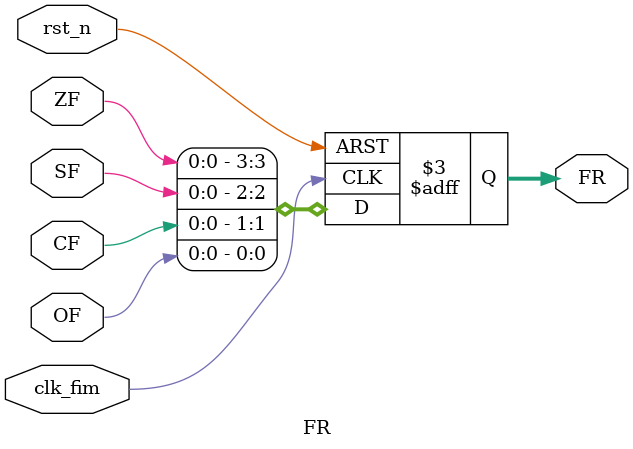
<source format=v>
`timescale 1ns / 1ps


module FR(clk_fim,rst_n,ZF,SF,CF,OF,FR);//FR±êÖ¾¼Ä´æÆ÷
   input clk_fim;
   input rst_n;
   input ZF,SF,CF,OF;
   output reg [3:0]FR;
   always@(negedge rst_n or posedge clk_fim)
   begin 
      if(!rst_n)
         FR<=4'b0;
      else
         begin
            FR[3]=ZF;
            FR[2]=SF;
            FR[1]=CF;
            FR[0]=OF;
         end
   end
endmodule
</source>
